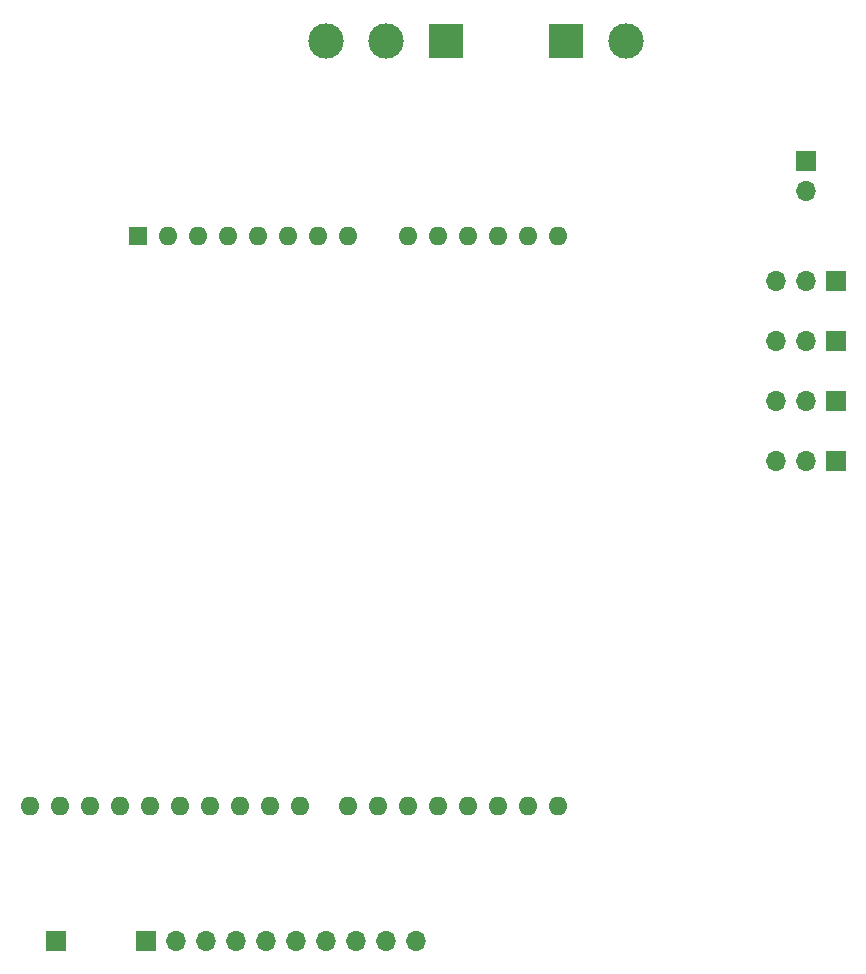
<source format=gbr>
%TF.GenerationSoftware,KiCad,Pcbnew,7.0.7*%
%TF.CreationDate,2023-10-23T09:45:21-04:00*%
%TF.ProjectId,RCKart,52434b61-7274-42e6-9b69-6361645f7063,rev?*%
%TF.SameCoordinates,Original*%
%TF.FileFunction,Soldermask,Bot*%
%TF.FilePolarity,Negative*%
%FSLAX46Y46*%
G04 Gerber Fmt 4.6, Leading zero omitted, Abs format (unit mm)*
G04 Created by KiCad (PCBNEW 7.0.7) date 2023-10-23 09:45:21*
%MOMM*%
%LPD*%
G01*
G04 APERTURE LIST*
%ADD10R,1.700000X1.700000*%
%ADD11O,1.700000X1.700000*%
%ADD12R,3.000000X3.000000*%
%ADD13C,3.000000*%
%ADD14R,1.600000X1.600000*%
%ADD15O,1.600000X1.600000*%
G04 APERTURE END LIST*
D10*
%TO.C,J13*%
X152400000Y-124460000D03*
D11*
X154940000Y-124460000D03*
X157480000Y-124460000D03*
X160020000Y-124460000D03*
X162560000Y-124460000D03*
X165100000Y-124460000D03*
X167640000Y-124460000D03*
X170180000Y-124460000D03*
X172720000Y-124460000D03*
X175260000Y-124460000D03*
%TD*%
D10*
%TO.C,J3*%
X210820000Y-68580000D03*
D11*
X208280000Y-68580000D03*
X205740000Y-68580000D03*
%TD*%
D10*
%TO.C,J5*%
X210820000Y-78740000D03*
D11*
X208280000Y-78740000D03*
X205740000Y-78740000D03*
%TD*%
D10*
%TO.C,J8*%
X210820000Y-83820000D03*
D11*
X208280000Y-83820000D03*
X205740000Y-83820000D03*
%TD*%
D10*
%TO.C,J2*%
X208280000Y-58420000D03*
D11*
X208280000Y-60960000D03*
%TD*%
D12*
%TO.C,J7*%
X187960000Y-48260000D03*
D13*
X193040000Y-48260000D03*
%TD*%
D10*
%TO.C,J1*%
X144780000Y-124460000D03*
%TD*%
D14*
%TO.C,A1*%
X151765000Y-64770000D03*
D15*
X154305000Y-64770000D03*
X156845000Y-64770000D03*
X159385000Y-64770000D03*
X161925000Y-64770000D03*
X164465000Y-64770000D03*
X167005000Y-64770000D03*
X169545000Y-64770000D03*
X174625000Y-64770000D03*
X177165000Y-64770000D03*
X179705000Y-64770000D03*
X182245000Y-64770000D03*
X184785000Y-64770000D03*
X187325000Y-64770000D03*
X187325000Y-113030000D03*
X184785000Y-113030000D03*
X182245000Y-113030000D03*
X179705000Y-113030000D03*
X177165000Y-113030000D03*
X174625000Y-113030000D03*
X172085000Y-113030000D03*
X169545000Y-113030000D03*
X165485000Y-113030000D03*
X162945000Y-113030000D03*
X160405000Y-113030000D03*
X157865000Y-113030000D03*
X155325000Y-113030000D03*
X152785000Y-113030000D03*
X150245000Y-113030000D03*
X147705000Y-113030000D03*
X145165000Y-113030000D03*
X142625000Y-113030000D03*
%TD*%
D10*
%TO.C,J4*%
X210820000Y-73660000D03*
D11*
X208280000Y-73660000D03*
X205740000Y-73660000D03*
%TD*%
D12*
%TO.C,J6*%
X177800000Y-48260000D03*
D13*
X172720000Y-48260000D03*
X167640000Y-48260000D03*
%TD*%
M02*

</source>
